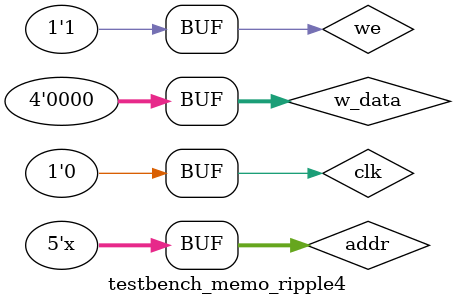
<source format=v>
module testbench_memo_ripple4;
    
    // parameter
    parameter CYCLE = 1000; // clock cycle
    parameter HALF_CYCLE = 500; // half cycle
    parameter DLY = 500; // delay
    
    // wire/reg
    reg clk, we;
    reg [4:0] addr;
    reg [3:0] w_data;
    wire [3:0] outS;
    wire Cout;

    // DUT module
    memo_ripple4 memo_ripple4_0 (
        .clk(clk),
        .we(we),
        .addr(addr),
	.w_data(w_data),
	.outS(outS),
	.Cout(Cout)
    );

    // clock generator
    always begin
        clk = 1'b1;
        #(HALF_CYCLE) clk = 1'b0;
	addr = addr+1;
//	$display("r_data=%b", r_data);
        #(HALF_CYCLE);
    end
    // test scenario
//    integer i;
    initial begin
	we = 1;
	addr = 0;
	w_data = 0;
//	for (i = 0; i < 10; i = i+1) begin
//	   addr = addr +1;
//	   #500;
//	end
    end

endmodule


</source>
